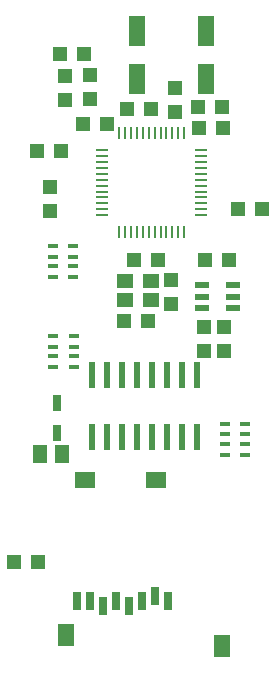
<source format=gbr>
G04 EAGLE Gerber RS-274X export*
G75*
%MOMM*%
%FSLAX34Y34*%
%LPD*%
%INSolderpaste Top*%
%IPPOS*%
%AMOC8*
5,1,8,0,0,1.08239X$1,22.5*%
G01*
%ADD10R,1.100000X0.285000*%
%ADD11R,0.285000X1.100000*%
%ADD12R,0.280000X1.100000*%
%ADD13R,1.200000X0.550000*%
%ADD14R,1.400000X1.900000*%
%ADD15R,1.800000X1.400000*%
%ADD16R,0.700000X1.500000*%
%ADD17R,1.300000X1.200000*%
%ADD18R,1.200000X1.300000*%
%ADD19R,1.400000X1.200000*%
%ADD20R,0.600000X2.200000*%
%ADD21R,0.900000X0.450000*%
%ADD22R,0.800000X1.350000*%
%ADD23R,1.300000X1.500000*%
%ADD24R,1.400000X2.600000*%


D10*
X97700Y435170D03*
X97700Y430170D03*
X97700Y425170D03*
X97700Y420170D03*
X97700Y415170D03*
X97700Y410170D03*
X97700Y405170D03*
X97700Y400170D03*
X97700Y395170D03*
X97700Y390170D03*
X97700Y385170D03*
X97700Y380170D03*
D11*
X112200Y365670D03*
X117200Y365670D03*
X122200Y365670D03*
X127200Y365670D03*
X132200Y365670D03*
X137200Y365670D03*
X142200Y365670D03*
X147200Y365670D03*
X152200Y365670D03*
X157200Y365670D03*
X162200Y365670D03*
X167200Y365670D03*
D10*
X181700Y380170D03*
X181700Y385170D03*
X181700Y390170D03*
X181700Y395170D03*
X181700Y400170D03*
X181700Y405170D03*
X181700Y410170D03*
X181700Y415170D03*
X181700Y420170D03*
X181700Y425170D03*
X181700Y430170D03*
X181700Y435170D03*
D11*
X167200Y449670D03*
X162200Y449670D03*
X157200Y449670D03*
X152200Y449670D03*
X147200Y449670D03*
X142200Y449670D03*
X137200Y449670D03*
X132200Y449670D03*
X127200Y449670D03*
X122200Y449670D03*
X117200Y449670D03*
D12*
X112200Y449670D03*
D13*
X208660Y301690D03*
X208660Y311190D03*
X208660Y320690D03*
X182660Y320690D03*
X182660Y311190D03*
X182660Y301690D03*
D14*
X67580Y24620D03*
X199580Y15620D03*
D15*
X83580Y155620D03*
X143580Y155620D03*
D16*
X76580Y53620D03*
X87580Y53620D03*
X98580Y49620D03*
X109580Y53620D03*
X120580Y49620D03*
X131580Y53620D03*
X142580Y57620D03*
X153580Y53620D03*
D17*
X66590Y497894D03*
X66590Y477574D03*
D18*
X233338Y385508D03*
X213018Y385508D03*
D19*
X116882Y324444D03*
X138882Y324444D03*
X116882Y308444D03*
X138882Y308444D03*
D17*
X156210Y325374D03*
X156210Y305054D03*
D18*
X116078Y290830D03*
X136398Y290830D03*
X124714Y341884D03*
X145034Y341884D03*
D17*
X184150Y285750D03*
X184150Y265430D03*
X200660Y285750D03*
X200660Y265430D03*
D18*
X81762Y457630D03*
X102082Y457630D03*
X42942Y434864D03*
X63262Y434864D03*
X22860Y86360D03*
X43180Y86360D03*
X205486Y342138D03*
X185166Y342138D03*
D20*
X165608Y244440D03*
X140208Y192440D03*
X178308Y244440D03*
X152908Y244440D03*
X140208Y244440D03*
X152908Y192440D03*
X127508Y192440D03*
X114808Y192440D03*
X114808Y244440D03*
X89408Y192440D03*
X127508Y244440D03*
X102108Y244440D03*
X102108Y192440D03*
X89408Y244440D03*
X165608Y192440D03*
X178308Y192440D03*
D17*
X87290Y478150D03*
X87290Y498470D03*
D18*
X178560Y471410D03*
X198880Y471410D03*
X82160Y516550D03*
X61840Y516550D03*
X199678Y453742D03*
X179358Y453742D03*
D17*
X53848Y404432D03*
X53848Y384112D03*
X159080Y487880D03*
X159080Y467560D03*
D18*
X138800Y470130D03*
X118480Y470130D03*
D21*
X72762Y354122D03*
X55762Y354122D03*
X72762Y345122D03*
X72762Y337122D03*
X72762Y328122D03*
X55762Y328122D03*
X55762Y345122D03*
X55762Y337122D03*
X73524Y277922D03*
X56524Y277922D03*
X73524Y268922D03*
X73524Y260922D03*
X73524Y251922D03*
X56524Y251922D03*
X56524Y268922D03*
X56524Y260922D03*
X218558Y203500D03*
X201558Y203500D03*
X218558Y194500D03*
X218558Y186500D03*
X218558Y177500D03*
X201558Y177500D03*
X201558Y194500D03*
X201558Y186500D03*
D22*
X59690Y220980D03*
X59690Y195580D03*
D23*
X64110Y177800D03*
X45110Y177800D03*
D24*
X185420Y536120D03*
X185420Y495120D03*
X127000Y536120D03*
X127000Y495120D03*
M02*

</source>
